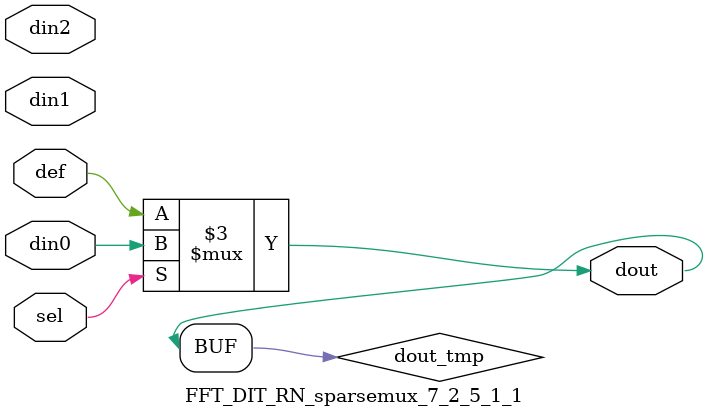
<source format=v>
`timescale 1ns / 1ps

module FFT_DIT_RN_sparsemux_7_2_5_1_1 (din0,din1,din2,def,sel,dout);

parameter din0_WIDTH = 1;

parameter din1_WIDTH = 1;

parameter din2_WIDTH = 1;

parameter def_WIDTH = 1;
parameter sel_WIDTH = 1;
parameter dout_WIDTH = 1;

parameter [sel_WIDTH-1:0] CASE0 = 1;

parameter [sel_WIDTH-1:0] CASE1 = 1;

parameter [sel_WIDTH-1:0] CASE2 = 1;

parameter ID = 1;
parameter NUM_STAGE = 1;



input [din0_WIDTH-1:0] din0;

input [din1_WIDTH-1:0] din1;

input [din2_WIDTH-1:0] din2;

input [def_WIDTH-1:0] def;
input [sel_WIDTH-1:0] sel;

output [dout_WIDTH-1:0] dout;



reg [dout_WIDTH-1:0] dout_tmp;


always @ (*) begin
(* parallel_case *) case (sel)
    
    CASE0 : dout_tmp = din0;
    
    CASE1 : dout_tmp = din1;
    
    CASE2 : dout_tmp = din2;
    
    default : dout_tmp = def;
endcase
end


assign dout = dout_tmp;



endmodule

</source>
